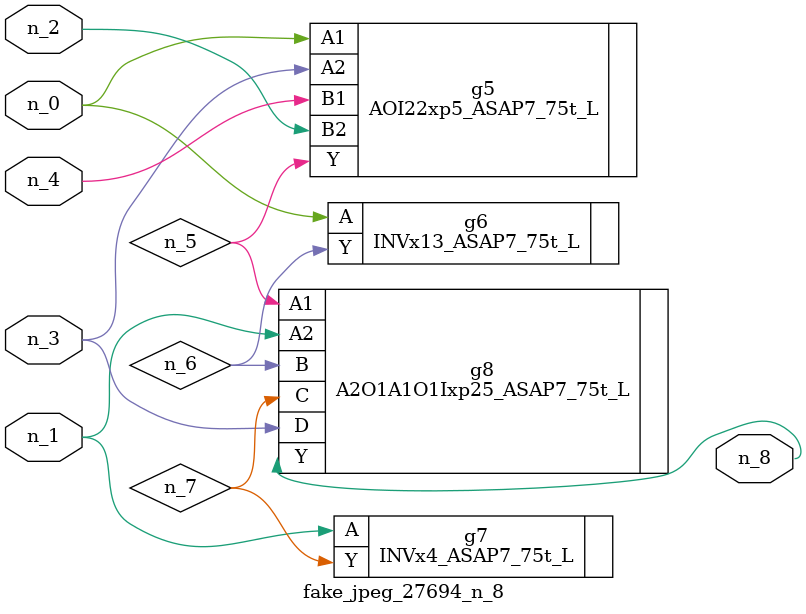
<source format=v>
module fake_jpeg_27694_n_8 (n_3, n_2, n_1, n_0, n_4, n_8);

input n_3;
input n_2;
input n_1;
input n_0;
input n_4;

output n_8;

wire n_6;
wire n_5;
wire n_7;

AOI22xp5_ASAP7_75t_L g5 ( 
.A1(n_0),
.A2(n_3),
.B1(n_4),
.B2(n_2),
.Y(n_5)
);

INVx13_ASAP7_75t_L g6 ( 
.A(n_0),
.Y(n_6)
);

INVx4_ASAP7_75t_L g7 ( 
.A(n_1),
.Y(n_7)
);

A2O1A1O1Ixp25_ASAP7_75t_L g8 ( 
.A1(n_5),
.A2(n_1),
.B(n_6),
.C(n_7),
.D(n_3),
.Y(n_8)
);


endmodule
</source>
